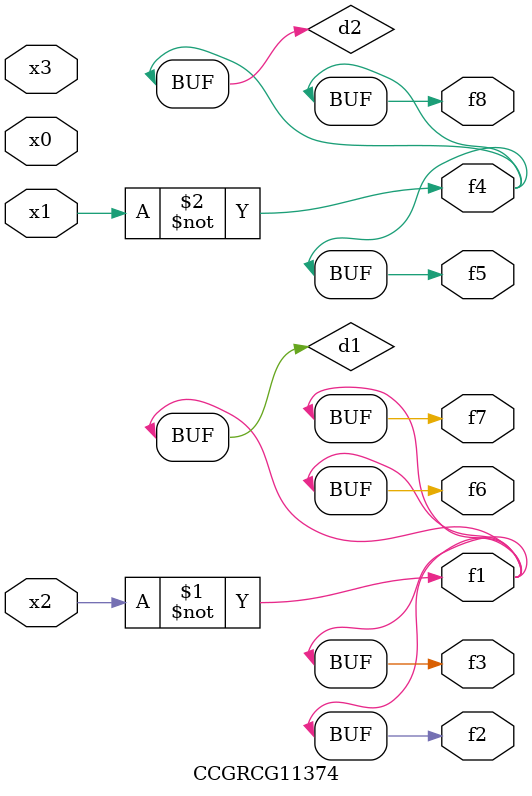
<source format=v>
module CCGRCG11374(
	input x0, x1, x2, x3,
	output f1, f2, f3, f4, f5, f6, f7, f8
);

	wire d1, d2;

	xnor (d1, x2);
	not (d2, x1);
	assign f1 = d1;
	assign f2 = d1;
	assign f3 = d1;
	assign f4 = d2;
	assign f5 = d2;
	assign f6 = d1;
	assign f7 = d1;
	assign f8 = d2;
endmodule

</source>
